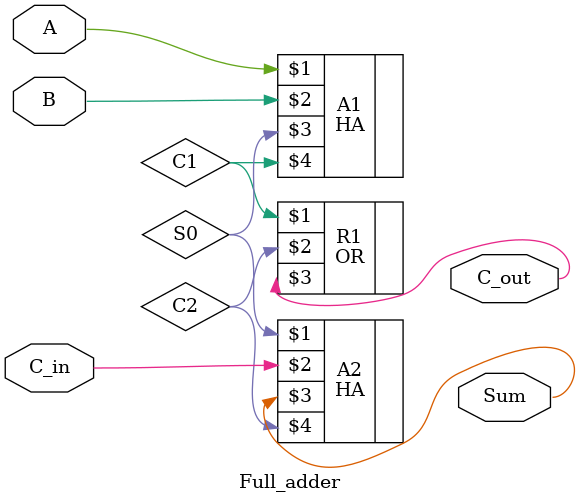
<source format=v>
`timescale 1ns / 1ps
module Full_adder(
    input A,
    input B,
    input C_in,
    output Sum,
    output C_out
    );
    wire C1,C2,S0;
    HA A1(A,B,S0,C1);
    HA A2(S0,C_in,Sum,C2);
    OR R1(C1,C2,C_out);
endmodule

</source>
